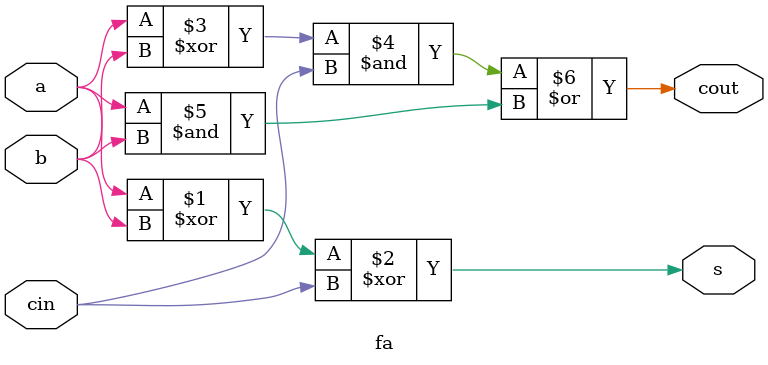
<source format=sv>
module fa (
	input logic a,
	input logic b,
	input logic cin,
	output logic s,
	output logic cout
);
	assign s    = a ^ b ^ cin;
    assign cout = ((a ^ b) & cin) | (a & b);
endmodule

</source>
